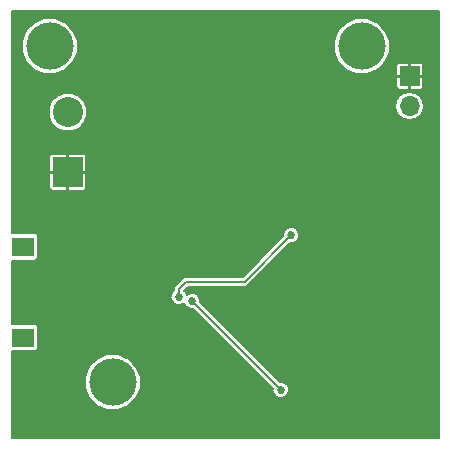
<source format=gbl>
%TF.GenerationSoftware,KiCad,Pcbnew,4.0.6*%
%TF.CreationDate,2017-08-17T14:53:17+02:00*%
%TF.ProjectId,ESP12_pcb,45535031325F7063622E6B696361645F,rev?*%
%TF.FileFunction,Copper,L2,Bot,Signal*%
%FSLAX46Y46*%
G04 Gerber Fmt 4.6, Leading zero omitted, Abs format (unit mm)*
G04 Created by KiCad (PCBNEW 4.0.6) date Thursday, 17 '17e' August '17e' 2017, 14:53:17*
%MOMM*%
%LPD*%
G01*
G04 APERTURE LIST*
%ADD10C,0.127000*%
%ADD11C,4.000000*%
%ADD12R,1.900000X1.600000*%
%ADD13R,1.700000X1.700000*%
%ADD14O,1.700000X1.700000*%
%ADD15R,2.540000X2.540000*%
%ADD16C,2.540000*%
%ADD17C,0.685800*%
%ADD18C,0.152400*%
%ADD19C,0.200000*%
G04 APERTURE END LIST*
D10*
D11*
X107950000Y-111760000D03*
X129032000Y-83312000D03*
D12*
X100330000Y-100290000D03*
X100330000Y-107990000D03*
D13*
X133096000Y-85852000D03*
D14*
X133096000Y-88392000D03*
D15*
X104140000Y-93980000D03*
D16*
X104140000Y-88900000D03*
D11*
X102616000Y-83312000D03*
D17*
X113538000Y-104521000D03*
X123063000Y-99314000D03*
X114681000Y-104902000D03*
X122174000Y-112395000D03*
D18*
X113538000Y-104521000D02*
X113538000Y-103886000D01*
X119126000Y-103251000D02*
X123063000Y-99314000D01*
X114173000Y-103251000D02*
X119126000Y-103251000D01*
X113538000Y-103886000D02*
X114173000Y-103251000D01*
X122174000Y-112395000D02*
X114681000Y-104902000D01*
D19*
G36*
X135536000Y-116486000D02*
X99414000Y-116486000D01*
X99414000Y-112226185D01*
X105595592Y-112226185D01*
X105953212Y-113091692D01*
X106614825Y-113754461D01*
X107479706Y-114113591D01*
X108416185Y-114114408D01*
X109281692Y-113756788D01*
X109944461Y-113095175D01*
X110303591Y-112230294D01*
X110304408Y-111293815D01*
X109946788Y-110428308D01*
X109285175Y-109765539D01*
X108420294Y-109406409D01*
X107483815Y-109405592D01*
X106618308Y-109763212D01*
X105955539Y-110424825D01*
X105596409Y-111289706D01*
X105595592Y-112226185D01*
X99414000Y-112226185D01*
X99414000Y-109150935D01*
X101280000Y-109150935D01*
X101411184Y-109126251D01*
X101531669Y-109048721D01*
X101612498Y-108930424D01*
X101640935Y-108790000D01*
X101640935Y-107190000D01*
X101616251Y-107058816D01*
X101538721Y-106938331D01*
X101420424Y-106857502D01*
X101280000Y-106829065D01*
X99414000Y-106829065D01*
X99414000Y-104659014D01*
X112840979Y-104659014D01*
X112946853Y-104915246D01*
X113142722Y-105111459D01*
X113398770Y-105217779D01*
X113676014Y-105218021D01*
X113932246Y-105112147D01*
X113989973Y-105054521D01*
X114089853Y-105296246D01*
X114285722Y-105492459D01*
X114541770Y-105598779D01*
X114769584Y-105598978D01*
X121477177Y-112306571D01*
X121476979Y-112533014D01*
X121582853Y-112789246D01*
X121778722Y-112985459D01*
X122034770Y-113091779D01*
X122312014Y-113092021D01*
X122568246Y-112986147D01*
X122764459Y-112790278D01*
X122870779Y-112534230D01*
X122871021Y-112256986D01*
X122765147Y-112000754D01*
X122569278Y-111804541D01*
X122313230Y-111698221D01*
X122085416Y-111698022D01*
X115377823Y-104990429D01*
X115378021Y-104763986D01*
X115272147Y-104507754D01*
X115076278Y-104311541D01*
X114820230Y-104205221D01*
X114542986Y-104204979D01*
X114286754Y-104310853D01*
X114229027Y-104368479D01*
X114129147Y-104126754D01*
X114017492Y-104014903D01*
X114351195Y-103681200D01*
X119126000Y-103681200D01*
X119290631Y-103648453D01*
X119430197Y-103555197D01*
X122974571Y-100010823D01*
X123201014Y-100011021D01*
X123457246Y-99905147D01*
X123653459Y-99709278D01*
X123759779Y-99453230D01*
X123760021Y-99175986D01*
X123654147Y-98919754D01*
X123458278Y-98723541D01*
X123202230Y-98617221D01*
X122924986Y-98616979D01*
X122668754Y-98722853D01*
X122472541Y-98918722D01*
X122366221Y-99174770D01*
X122366022Y-99402584D01*
X118947806Y-102820800D01*
X114173000Y-102820800D01*
X114008370Y-102853547D01*
X113868803Y-102946802D01*
X113233803Y-103581803D01*
X113140547Y-103721369D01*
X113140547Y-103721370D01*
X113107800Y-103886000D01*
X113107800Y-103965744D01*
X112947541Y-104125722D01*
X112841221Y-104381770D01*
X112840979Y-104659014D01*
X99414000Y-104659014D01*
X99414000Y-101450935D01*
X101280000Y-101450935D01*
X101411184Y-101426251D01*
X101531669Y-101348721D01*
X101612498Y-101230424D01*
X101640935Y-101090000D01*
X101640935Y-99490000D01*
X101616251Y-99358816D01*
X101538721Y-99238331D01*
X101420424Y-99157502D01*
X101280000Y-99129065D01*
X99414000Y-99129065D01*
X99414000Y-94105000D01*
X102570000Y-94105000D01*
X102570000Y-95309674D01*
X102615672Y-95419937D01*
X102700064Y-95504328D01*
X102810327Y-95550000D01*
X104015000Y-95550000D01*
X104090000Y-95475000D01*
X104090000Y-94030000D01*
X104190000Y-94030000D01*
X104190000Y-95475000D01*
X104265000Y-95550000D01*
X105469673Y-95550000D01*
X105579936Y-95504328D01*
X105664328Y-95419937D01*
X105710000Y-95309674D01*
X105710000Y-94105000D01*
X105635000Y-94030000D01*
X104190000Y-94030000D01*
X104090000Y-94030000D01*
X102645000Y-94030000D01*
X102570000Y-94105000D01*
X99414000Y-94105000D01*
X99414000Y-92650326D01*
X102570000Y-92650326D01*
X102570000Y-93855000D01*
X102645000Y-93930000D01*
X104090000Y-93930000D01*
X104090000Y-92485000D01*
X104190000Y-92485000D01*
X104190000Y-93930000D01*
X105635000Y-93930000D01*
X105710000Y-93855000D01*
X105710000Y-92650326D01*
X105664328Y-92540063D01*
X105579936Y-92455672D01*
X105469673Y-92410000D01*
X104265000Y-92410000D01*
X104190000Y-92485000D01*
X104090000Y-92485000D01*
X104015000Y-92410000D01*
X102810327Y-92410000D01*
X102700064Y-92455672D01*
X102615672Y-92540063D01*
X102570000Y-92650326D01*
X99414000Y-92650326D01*
X99414000Y-89221616D01*
X102515719Y-89221616D01*
X102762437Y-89818720D01*
X103218877Y-90275957D01*
X103815549Y-90523717D01*
X104461616Y-90524281D01*
X105058720Y-90277563D01*
X105515957Y-89821123D01*
X105763717Y-89224451D01*
X105764281Y-88578384D01*
X105687269Y-88392000D01*
X131868412Y-88392000D01*
X131960061Y-88852751D01*
X132221055Y-89243357D01*
X132611661Y-89504351D01*
X133072412Y-89596000D01*
X133119588Y-89596000D01*
X133580339Y-89504351D01*
X133970945Y-89243357D01*
X134231939Y-88852751D01*
X134323588Y-88392000D01*
X134231939Y-87931249D01*
X133970945Y-87540643D01*
X133580339Y-87279649D01*
X133119588Y-87188000D01*
X133072412Y-87188000D01*
X132611661Y-87279649D01*
X132221055Y-87540643D01*
X131960061Y-87931249D01*
X131868412Y-88392000D01*
X105687269Y-88392000D01*
X105517563Y-87981280D01*
X105061123Y-87524043D01*
X104464451Y-87276283D01*
X103818384Y-87275719D01*
X103221280Y-87522437D01*
X102764043Y-87978877D01*
X102516283Y-88575549D01*
X102515719Y-89221616D01*
X99414000Y-89221616D01*
X99414000Y-85977000D01*
X131946000Y-85977000D01*
X131946000Y-86761673D01*
X131991672Y-86871936D01*
X132076063Y-86956328D01*
X132186326Y-87002000D01*
X132971000Y-87002000D01*
X133046000Y-86927000D01*
X133046000Y-85902000D01*
X133146000Y-85902000D01*
X133146000Y-86927000D01*
X133221000Y-87002000D01*
X134005674Y-87002000D01*
X134115937Y-86956328D01*
X134200328Y-86871936D01*
X134246000Y-86761673D01*
X134246000Y-85977000D01*
X134171000Y-85902000D01*
X133146000Y-85902000D01*
X133046000Y-85902000D01*
X132021000Y-85902000D01*
X131946000Y-85977000D01*
X99414000Y-85977000D01*
X99414000Y-83778185D01*
X100261592Y-83778185D01*
X100619212Y-84643692D01*
X101280825Y-85306461D01*
X102145706Y-85665591D01*
X103082185Y-85666408D01*
X103947692Y-85308788D01*
X104610461Y-84647175D01*
X104969591Y-83782294D01*
X104969594Y-83778185D01*
X126677592Y-83778185D01*
X127035212Y-84643692D01*
X127696825Y-85306461D01*
X128561706Y-85665591D01*
X129498185Y-85666408D01*
X130363692Y-85308788D01*
X130730793Y-84942327D01*
X131946000Y-84942327D01*
X131946000Y-85727000D01*
X132021000Y-85802000D01*
X133046000Y-85802000D01*
X133046000Y-84777000D01*
X133146000Y-84777000D01*
X133146000Y-85802000D01*
X134171000Y-85802000D01*
X134246000Y-85727000D01*
X134246000Y-84942327D01*
X134200328Y-84832064D01*
X134115937Y-84747672D01*
X134005674Y-84702000D01*
X133221000Y-84702000D01*
X133146000Y-84777000D01*
X133046000Y-84777000D01*
X132971000Y-84702000D01*
X132186326Y-84702000D01*
X132076063Y-84747672D01*
X131991672Y-84832064D01*
X131946000Y-84942327D01*
X130730793Y-84942327D01*
X131026461Y-84647175D01*
X131385591Y-83782294D01*
X131386408Y-82845815D01*
X131028788Y-81980308D01*
X130367175Y-81317539D01*
X129502294Y-80958409D01*
X128565815Y-80957592D01*
X127700308Y-81315212D01*
X127037539Y-81976825D01*
X126678409Y-82841706D01*
X126677592Y-83778185D01*
X104969594Y-83778185D01*
X104970408Y-82845815D01*
X104612788Y-81980308D01*
X103951175Y-81317539D01*
X103086294Y-80958409D01*
X102149815Y-80957592D01*
X101284308Y-81315212D01*
X100621539Y-81976825D01*
X100262409Y-82841706D01*
X100261592Y-83778185D01*
X99414000Y-83778185D01*
X99414000Y-80364000D01*
X135536000Y-80364000D01*
X135536000Y-116486000D01*
X135536000Y-116486000D01*
G37*
X135536000Y-116486000D02*
X99414000Y-116486000D01*
X99414000Y-112226185D01*
X105595592Y-112226185D01*
X105953212Y-113091692D01*
X106614825Y-113754461D01*
X107479706Y-114113591D01*
X108416185Y-114114408D01*
X109281692Y-113756788D01*
X109944461Y-113095175D01*
X110303591Y-112230294D01*
X110304408Y-111293815D01*
X109946788Y-110428308D01*
X109285175Y-109765539D01*
X108420294Y-109406409D01*
X107483815Y-109405592D01*
X106618308Y-109763212D01*
X105955539Y-110424825D01*
X105596409Y-111289706D01*
X105595592Y-112226185D01*
X99414000Y-112226185D01*
X99414000Y-109150935D01*
X101280000Y-109150935D01*
X101411184Y-109126251D01*
X101531669Y-109048721D01*
X101612498Y-108930424D01*
X101640935Y-108790000D01*
X101640935Y-107190000D01*
X101616251Y-107058816D01*
X101538721Y-106938331D01*
X101420424Y-106857502D01*
X101280000Y-106829065D01*
X99414000Y-106829065D01*
X99414000Y-104659014D01*
X112840979Y-104659014D01*
X112946853Y-104915246D01*
X113142722Y-105111459D01*
X113398770Y-105217779D01*
X113676014Y-105218021D01*
X113932246Y-105112147D01*
X113989973Y-105054521D01*
X114089853Y-105296246D01*
X114285722Y-105492459D01*
X114541770Y-105598779D01*
X114769584Y-105598978D01*
X121477177Y-112306571D01*
X121476979Y-112533014D01*
X121582853Y-112789246D01*
X121778722Y-112985459D01*
X122034770Y-113091779D01*
X122312014Y-113092021D01*
X122568246Y-112986147D01*
X122764459Y-112790278D01*
X122870779Y-112534230D01*
X122871021Y-112256986D01*
X122765147Y-112000754D01*
X122569278Y-111804541D01*
X122313230Y-111698221D01*
X122085416Y-111698022D01*
X115377823Y-104990429D01*
X115378021Y-104763986D01*
X115272147Y-104507754D01*
X115076278Y-104311541D01*
X114820230Y-104205221D01*
X114542986Y-104204979D01*
X114286754Y-104310853D01*
X114229027Y-104368479D01*
X114129147Y-104126754D01*
X114017492Y-104014903D01*
X114351195Y-103681200D01*
X119126000Y-103681200D01*
X119290631Y-103648453D01*
X119430197Y-103555197D01*
X122974571Y-100010823D01*
X123201014Y-100011021D01*
X123457246Y-99905147D01*
X123653459Y-99709278D01*
X123759779Y-99453230D01*
X123760021Y-99175986D01*
X123654147Y-98919754D01*
X123458278Y-98723541D01*
X123202230Y-98617221D01*
X122924986Y-98616979D01*
X122668754Y-98722853D01*
X122472541Y-98918722D01*
X122366221Y-99174770D01*
X122366022Y-99402584D01*
X118947806Y-102820800D01*
X114173000Y-102820800D01*
X114008370Y-102853547D01*
X113868803Y-102946802D01*
X113233803Y-103581803D01*
X113140547Y-103721369D01*
X113140547Y-103721370D01*
X113107800Y-103886000D01*
X113107800Y-103965744D01*
X112947541Y-104125722D01*
X112841221Y-104381770D01*
X112840979Y-104659014D01*
X99414000Y-104659014D01*
X99414000Y-101450935D01*
X101280000Y-101450935D01*
X101411184Y-101426251D01*
X101531669Y-101348721D01*
X101612498Y-101230424D01*
X101640935Y-101090000D01*
X101640935Y-99490000D01*
X101616251Y-99358816D01*
X101538721Y-99238331D01*
X101420424Y-99157502D01*
X101280000Y-99129065D01*
X99414000Y-99129065D01*
X99414000Y-94105000D01*
X102570000Y-94105000D01*
X102570000Y-95309674D01*
X102615672Y-95419937D01*
X102700064Y-95504328D01*
X102810327Y-95550000D01*
X104015000Y-95550000D01*
X104090000Y-95475000D01*
X104090000Y-94030000D01*
X104190000Y-94030000D01*
X104190000Y-95475000D01*
X104265000Y-95550000D01*
X105469673Y-95550000D01*
X105579936Y-95504328D01*
X105664328Y-95419937D01*
X105710000Y-95309674D01*
X105710000Y-94105000D01*
X105635000Y-94030000D01*
X104190000Y-94030000D01*
X104090000Y-94030000D01*
X102645000Y-94030000D01*
X102570000Y-94105000D01*
X99414000Y-94105000D01*
X99414000Y-92650326D01*
X102570000Y-92650326D01*
X102570000Y-93855000D01*
X102645000Y-93930000D01*
X104090000Y-93930000D01*
X104090000Y-92485000D01*
X104190000Y-92485000D01*
X104190000Y-93930000D01*
X105635000Y-93930000D01*
X105710000Y-93855000D01*
X105710000Y-92650326D01*
X105664328Y-92540063D01*
X105579936Y-92455672D01*
X105469673Y-92410000D01*
X104265000Y-92410000D01*
X104190000Y-92485000D01*
X104090000Y-92485000D01*
X104015000Y-92410000D01*
X102810327Y-92410000D01*
X102700064Y-92455672D01*
X102615672Y-92540063D01*
X102570000Y-92650326D01*
X99414000Y-92650326D01*
X99414000Y-89221616D01*
X102515719Y-89221616D01*
X102762437Y-89818720D01*
X103218877Y-90275957D01*
X103815549Y-90523717D01*
X104461616Y-90524281D01*
X105058720Y-90277563D01*
X105515957Y-89821123D01*
X105763717Y-89224451D01*
X105764281Y-88578384D01*
X105687269Y-88392000D01*
X131868412Y-88392000D01*
X131960061Y-88852751D01*
X132221055Y-89243357D01*
X132611661Y-89504351D01*
X133072412Y-89596000D01*
X133119588Y-89596000D01*
X133580339Y-89504351D01*
X133970945Y-89243357D01*
X134231939Y-88852751D01*
X134323588Y-88392000D01*
X134231939Y-87931249D01*
X133970945Y-87540643D01*
X133580339Y-87279649D01*
X133119588Y-87188000D01*
X133072412Y-87188000D01*
X132611661Y-87279649D01*
X132221055Y-87540643D01*
X131960061Y-87931249D01*
X131868412Y-88392000D01*
X105687269Y-88392000D01*
X105517563Y-87981280D01*
X105061123Y-87524043D01*
X104464451Y-87276283D01*
X103818384Y-87275719D01*
X103221280Y-87522437D01*
X102764043Y-87978877D01*
X102516283Y-88575549D01*
X102515719Y-89221616D01*
X99414000Y-89221616D01*
X99414000Y-85977000D01*
X131946000Y-85977000D01*
X131946000Y-86761673D01*
X131991672Y-86871936D01*
X132076063Y-86956328D01*
X132186326Y-87002000D01*
X132971000Y-87002000D01*
X133046000Y-86927000D01*
X133046000Y-85902000D01*
X133146000Y-85902000D01*
X133146000Y-86927000D01*
X133221000Y-87002000D01*
X134005674Y-87002000D01*
X134115937Y-86956328D01*
X134200328Y-86871936D01*
X134246000Y-86761673D01*
X134246000Y-85977000D01*
X134171000Y-85902000D01*
X133146000Y-85902000D01*
X133046000Y-85902000D01*
X132021000Y-85902000D01*
X131946000Y-85977000D01*
X99414000Y-85977000D01*
X99414000Y-83778185D01*
X100261592Y-83778185D01*
X100619212Y-84643692D01*
X101280825Y-85306461D01*
X102145706Y-85665591D01*
X103082185Y-85666408D01*
X103947692Y-85308788D01*
X104610461Y-84647175D01*
X104969591Y-83782294D01*
X104969594Y-83778185D01*
X126677592Y-83778185D01*
X127035212Y-84643692D01*
X127696825Y-85306461D01*
X128561706Y-85665591D01*
X129498185Y-85666408D01*
X130363692Y-85308788D01*
X130730793Y-84942327D01*
X131946000Y-84942327D01*
X131946000Y-85727000D01*
X132021000Y-85802000D01*
X133046000Y-85802000D01*
X133046000Y-84777000D01*
X133146000Y-84777000D01*
X133146000Y-85802000D01*
X134171000Y-85802000D01*
X134246000Y-85727000D01*
X134246000Y-84942327D01*
X134200328Y-84832064D01*
X134115937Y-84747672D01*
X134005674Y-84702000D01*
X133221000Y-84702000D01*
X133146000Y-84777000D01*
X133046000Y-84777000D01*
X132971000Y-84702000D01*
X132186326Y-84702000D01*
X132076063Y-84747672D01*
X131991672Y-84832064D01*
X131946000Y-84942327D01*
X130730793Y-84942327D01*
X131026461Y-84647175D01*
X131385591Y-83782294D01*
X131386408Y-82845815D01*
X131028788Y-81980308D01*
X130367175Y-81317539D01*
X129502294Y-80958409D01*
X128565815Y-80957592D01*
X127700308Y-81315212D01*
X127037539Y-81976825D01*
X126678409Y-82841706D01*
X126677592Y-83778185D01*
X104969594Y-83778185D01*
X104970408Y-82845815D01*
X104612788Y-81980308D01*
X103951175Y-81317539D01*
X103086294Y-80958409D01*
X102149815Y-80957592D01*
X101284308Y-81315212D01*
X100621539Y-81976825D01*
X100262409Y-82841706D01*
X100261592Y-83778185D01*
X99414000Y-83778185D01*
X99414000Y-80364000D01*
X135536000Y-80364000D01*
X135536000Y-116486000D01*
M02*

</source>
